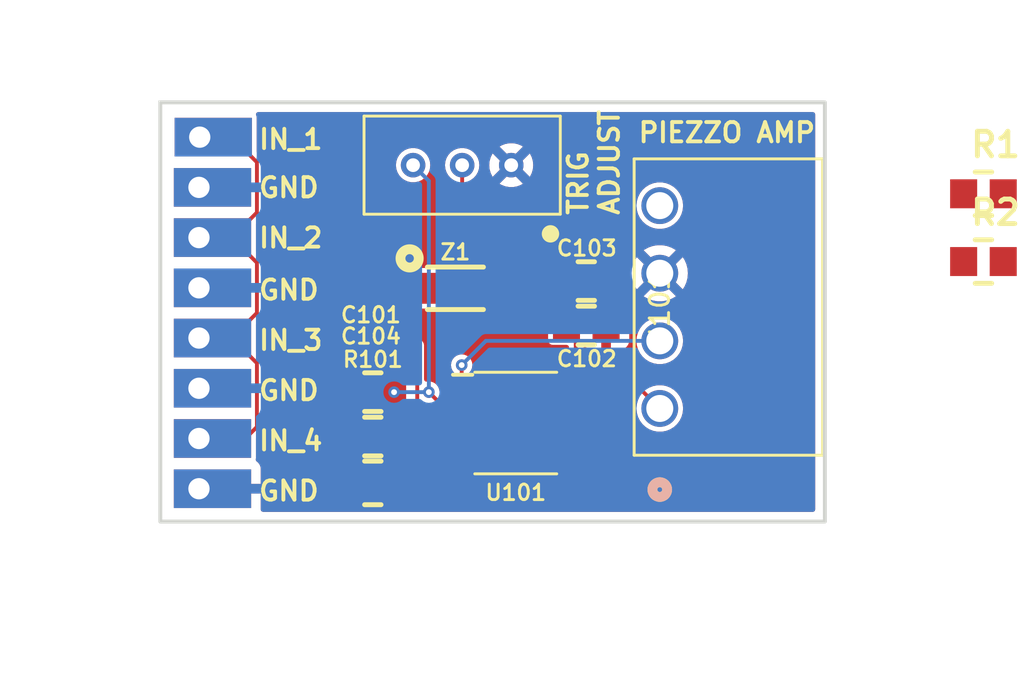
<source format=kicad_pcb>
(kicad_pcb (version 20240108) (generator "pcbnew") (generator_version "8.0")
  (layers (0 "F.Cu" signal) (31 "B.Cu" signal) (34 "B.Paste" user) (35 "F.Paste" user) (36 "B.SilkS" user "B.Silkscreen") (37 "F.SilkS" user "F.Silkscreen") (38 "B.Mask" user) (39 "F.Mask" user) (44 "Edge.Cuts" user))
  (net 0 "")
  (net 1 "DGND")
  (net 2 "Net-(C101-Pad2)")
  (net 3 "5V")
  (net 4 "Net-(TP101-TP)")
  (net 5 "/OUT")
  (net 7 "Net-(R1-Pad2)")
  (footprint "Resistors:67W" (layer "F.Cu") (at 150.425 73.75 180)
    (property "Reference" "VR101" (hide yes))
    (property "Value" "67WR10KLF" (hide yes))
    (fp_line (start 5.08 2.54) (end -5.08 2.54) (stroke (width 0.15)) (layer "F.SilkS"))
    (fp_line (start 5.08 -2.54) (end 5.08 2.54) (stroke (width 0.15)) (layer "F.SilkS"))
    (fp_line (start -5.08 2.54) (end -5.08 -2.54) (stroke (width 0.15)) (layer "F.SilkS"))
    (fp_line (start -5.08 -2.54) (end 5.08 -2.54) (stroke (width 0.15)) (layer "F.SilkS"))
    (fp_circle (center -4.572 -3.556) (end -4.272 -3.556) (stroke (width 0.3)) (fill solid) (layer "F.SilkS"))
    (pad "1" thru_hole circle (at -2.54 0 180) (size 1.27 1.27) (drill 0.7112) (layers "*.Cu" "*.Mask") (net 1 "DGND"))
    (pad "2" thru_hole circle (at 0 0 180) (size 1.27 1.27) (drill 0.7112) (layers "*.Cu" "*.Mask") (net 7 "Net-(R1-Pad2)"))
    (pad "3" thru_hole circle (at 2.54 0 180) (size 1.27 1.27) (drill 0.7112) (layers "*.Cu" "*.Mask") (net 3 "5V"))
  )
  (footprint "Capacitors:C0805" (layer "F.Cu") (at 144.775 87.8)
    (property "Reference" "C104" (at 0.925 -5.195 0) (layer "F.SilkS") (effects (font (size 0.8 0.8))))
    (property "Value" "885012207098" (hide yes))
    (fp_line (start 0.6 -1) (end 1.45 -1) (stroke (width 0.254)) (layer "F.SilkS"))
    (fp_line (start 0.6 1) (end 1.45 1) (stroke (width 0.254)) (layer "F.SilkS"))
    (pad "1" smd rect (at 0 0) (size 1.4 1.5) (layers "F.Cu" "F.Paste" "F.Mask") (net 1 "DGND"))
    (pad "2" smd rect (at 2.05 0) (size 1.4 1.5) (layers "F.Cu" "F.Paste" "F.Mask") (net 4 "Net-(TP101-TP)"))
  )
  (footprint "Assembly:IC8_TLV9302IDR_TEX" (layer "F.Cu") (at 153.2 87.1)
    (property "Reference" "U101" (at 0 3.6 0) (layer "F.SilkS") (effects (font (size 0.8 0.8))))
    (property "Value" "TLV9302IDR")
    (fp_line (start -2.25 -2.5) (end -3.25 -2.5) (stroke (width 0.2)) (layer "F.SilkS"))
    (fp_line (start -2.1209 2.6289) (end 2.1209 2.6289) (stroke (width 0.1524)) (layer "F.SilkS"))
    (fp_line (start 2.1209 -2.6289) (end -2.1209 -2.6289) (stroke (width 0.1524)) (layer "F.SilkS"))
    (pad "1" smd rect (at -2.72415 -1.905) (size 1.4605 0.5588) (layers "F.Cu" "F.Paste" "F.Mask") (net 5 "/OUT"))
    (pad "2" smd rect (at -2.72415 -0.635) (size 1.4605 0.5588) (layers "F.Cu" "F.Paste" "F.Mask") (net 2 "Net-(C101-Pad2)"))
    (pad "3" smd rect (at -2.72415 0.635) (size 1.4605 0.5588) (layers "F.Cu" "F.Paste" "F.Mask") (net 4 "Net-(TP101-TP)"))
    (pad "4" smd rect (at -2.72415 1.905) (size 1.4605 0.5588) (layers "F.Cu" "F.Paste" "F.Mask") (net 1 "DGND"))
    (pad "5" smd rect (at 2.72415 1.905) (size 1.4605 0.5588) (layers "F.Cu" "F.Paste" "F.Mask"))
    (pad "6" smd rect (at 2.72415 0.635) (size 1.4605 0.5588) (layers "F.Cu" "F.Paste" "F.Mask"))
    (pad "7" smd rect (at 2.72415 -0.635) (size 1.4605 0.5588) (layers "F.Cu" "F.Paste" "F.Mask"))
    (pad "8" smd rect (at 2.72415 -1.905) (size 1.4605 0.5588) (layers "F.Cu" "F.Paste" "F.Mask") (net 3 "5V"))
  )
  (footprint "Connectors:Keystone_5001" (layer "F.Cu") (at 136.8 85.3)
    (property "Reference" "TP107" (hide yes))
    (property "Value" "Test_Point_THM" (hide yes))
    (pad "1" thru_hole rect (at 0 0) (size 4 2) (drill 1.1 (offset 0.7 0)) (layers "*.Cu" "*.Mask") (net 1 "DGND"))
  )
  (footprint "Connectors:Keystone_5001" (layer "F.Cu") (at 136.8 90.5)
    (property "Reference" "TP108" (hide yes))
    (property "Value" "Test_Point_THM" (hide yes))
    (pad "1" thru_hole rect (at 0 0) (size 4 2) (drill 1.1 (offset 0.7 0)) (layers "*.Cu" "*.Mask") (net 1 "DGND"))
  )
  (footprint "Resistors:R0805" (layer "F.Cu") (at 144.775 90.2)
    (property "Reference" "R101" (at 1.025 -6.39 0) (layer "F.SilkS") (effects (font (size 0.8 0.8))))
    (property "Value" "RC0805JR-0710KL" (hide yes))
    (fp_line (start 0.6 -1.127) (end 1.45 -1.127) (stroke (width 0.254)) (layer "F.SilkS"))
    (fp_line (start 0.6 1.127) (end 1.45 1.127) (stroke (width 0.254)) (layer "F.SilkS"))
    (pad "1" smd rect (at 0 0) (size 1.4 1.5) (layers "F.Cu" "F.Paste" "F.Mask") (net 1 "DGND"))
    (pad "2" smd rect (at 2.05 0) (size 1.4 1.5) (layers "F.Cu" "F.Paste" "F.Mask") (net 4 "Net-(TP101-TP)"))
  )
  (footprint "Connectors:Keystone_5001" (layer "F.Cu") (at 136.8 87.9)
    (property "Reference" "TP104" (hide yes))
    (property "Value" "Test_Point_THM" (hide yes))
    (pad "1" thru_hole rect (at 0 0) (size 4 2) (drill 1.1 (offset 0.7 0)) (layers "*.Cu" "*.Mask") (net 4 "Net-(TP101-TP)"))
  )
  (footprint "Diodes:SOD-123FL" (layer "F.Cu") (at 150.075 80.125)
    (property "Reference" "Z1" (at 0 -1.875 0) (layer "F.SilkS") (effects (font (size 0.8 0.8))))
    (property "Value" "MMSZ5231B" (hide yes))
    (fp_line (start -1.45 1.1) (end 1.45 1.1) (stroke (width 0.254)) (layer "F.SilkS"))
    (fp_line (start 1.45 -1.1) (end -1.45 -1.1) (stroke (width 0.254)) (layer "F.SilkS"))
    (fp_circle (center -2.37 -1.55) (end -2.18 -1.66) (stroke (width 0.508)) (fill none) (layer "F.SilkS"))
    (pad "1" smd rect (at -1.85 0) (size 2 1.6) (layers "F.Cu" "F.Paste" "F.Mask") (net 4 "Net-(TP101-TP)"))
    (pad "2" smd rect (at 1.85 0) (size 2 1.6) (layers "F.Cu" "F.Paste" "F.Mask") (net 1 "DGND"))
  )
  (footprint "Connectors:Keystone_5001" (layer "F.Cu") (at 136.8 74.9)
    (property "Reference" "TP105" (hide yes))
    (property "Value" "Test_Point_THM" (hide yes))
    (pad "1" thru_hole rect (at 0 0) (size 4 2) (drill 1.1 (offset 0.7 0)) (layers "*.Cu" "*.Mask") (net 1 "DGND"))
  )
  (footprint "Capacitors:C0805" (layer "F.Cu") (at 144.775 85.5)
    (property "Reference" "C101" (at 0.925 -3.995 0) (layer "F.SilkS") (effects (font (size 0.8 0.8))))
    (property "Value" "885012207098" (hide yes))
    (fp_line (start 0.6 -1) (end 1.45 -1) (stroke (width 0.254)) (layer "F.SilkS"))
    (fp_line (start 0.6 1) (end 1.45 1) (stroke (width 0.254)) (layer "F.SilkS"))
    (pad "1" smd rect (at 0 0) (size 1.4 1.5) (layers "F.Cu" "F.Paste" "F.Mask") (net 1 "DGND"))
    (pad "2" smd rect (at 2.05 0) (size 1.4 1.5) (layers "F.Cu" "F.Paste" "F.Mask") (net 2 "Net-(C101-Pad2)"))
  )
  (footprint "Connectors:Keystone_5001" (layer "F.Cu") (at 136.84 72.3)
    (property "Reference" "TP101" (hide yes))
    (property "Value" "Test_Point_THM" (hide yes))
    (pad "1" thru_hole rect (at 0 0) (size 4 2) (drill 1.1 (offset 0.7 0)) (layers "*.Cu" "*.Mask") (net 4 "Net-(TP101-TP)"))
  )
  (footprint "Resistors:R0805" (layer "F.Cu") (at 176.385 78.74)
    (property "Reference" "R2" (at 1.651 -2.54 0) (layer "F.SilkS") (effects (font (size 1.27 1.27) (thickness 0.254))))
    (property "Value" "RMCF0805FT4R99" (hide yes))
    (fp_line (start 0.6 -1.127) (end 1.45 -1.127) (stroke (width 0.254)) (layer "F.SilkS"))
    (fp_line (start 0.6 1.127) (end 1.45 1.127) (stroke (width 0.254)) (layer "F.SilkS"))
    (pad "1" smd rect (at 0 0) (size 1.4 1.5) (layers "F.Cu" "F.Paste" "F.Mask") (net 1 "DGND"))
    (pad "2" smd rect (at 2.05 0) (size 1.4 1.5) (layers "F.Cu" "F.Paste" "F.Mask") (net 2 "Net-(C101-Pad2)"))
  )
  (footprint "Connectors:Keystone_5001" (layer "F.Cu") (at 136.8 82.7)
    (property "Reference" "TP103" (hide yes))
    (property "Value" "Test_Point_THM" (hide yes))
    (pad "1" thru_hole rect (at 0 0) (size 4 2) (drill 1.1 (offset 0.7 0)) (layers "*.Cu" "*.Mask") (net 4 "Net-(TP101-TP)"))
  )
  (footprint "Capacitors:C0805" (layer "F.Cu") (at 157.875 79.75 180)
    (property "Reference" "C103" (at 1 1.7 180) (layer "F.SilkS") (effects (font (size 0.8 0.8))))
    (property "Value" "885012107015" (hide yes))
    (fp_line (start 0.6 1) (end 1.45 1) (stroke (width 0.254)) (layer "F.SilkS"))
    (fp_line (start 0.6 -1) (end 1.45 -1) (stroke (width 0.254)) (layer "F.SilkS"))
    (pad "1" smd rect (at 0 0 180) (size 1.4 1.5) (layers "F.Cu" "F.Paste" "F.Mask") (net 1 "DGND"))
    (pad "2" smd rect (at 2.05 0 180) (size 1.4 1.5) (layers "F.Cu" "F.Paste" "F.Mask") (net 3 "5V"))
  )
  (footprint "Resistors:R0805" (layer "F.Cu") (at 176.385 75.232)
    (property "Reference" "R1" (at 1.651 -2.54 0) (layer "F.SilkS") (effects (font (size 1.27 1.27) (thickness 0.254))))
    (property "Value" "RC0805FR-07100KL" (hide yes))
    (fp_line (start 0.6 -1.127) (end 1.45 -1.127) (stroke (width 0.254)) (layer "F.SilkS"))
    (fp_line (start 0.6 1.127) (end 1.45 1.127) (stroke (width 0.254)) (layer "F.SilkS"))
    (pad "1" smd rect (at 0 0) (size 1.4 1.5) (layers "F.Cu" "F.Paste" "F.Mask") (net 2 "Net-(C101-Pad2)"))
    (pad "2" smd rect (at 2.05 0) (size 1.4 1.5) (layers "F.Cu" "F.Paste" "F.Mask") (net 7 "Net-(R1-Pad2)"))
  )
  (footprint "Connectors:CONN4_1155650000_TEC" (layer "F.Cu") (at 160.6551 86.3451 90)
    (property "Reference" "J101" (at 5.25 0 90) (layer "F.SilkS"))
    (property "Value" "2350514-4")
    (fp_circle (center -4.1988 0) (end -3.8178 0) (stroke (width 0.508)) (fill none) (layer "B.SilkS"))
    (fp_line (start 12.9208 -1.327) (end -2.4208 -1.327) (stroke (width 0.1524)) (layer "F.SilkS"))
    (fp_line (start -2.4208 -1.327) (end -2.4208 8.4266) (stroke (width 0.1524)) (layer "F.SilkS"))
    (fp_line (start 12.9208 8.4266) (end 12.9208 -1.327) (stroke (width 0.1524)) (layer "F.SilkS"))
    (fp_line (start -2.4208 8.4266) (end 12.9208 8.4266) (stroke (width 0.1524)) (layer "F.SilkS"))
    (fp_circle (center -4.1988 0) (end -3.8178 0) (stroke (width 0.508)) (fill none) (layer "F.SilkS"))
    (pad "1" thru_hole circle (at 0 0 90) (size 1.905 1.905) (drill 1.397) (layers "*.Cu" "*.Mask") (net 3 "5V"))
    (pad "2" thru_hole circle (at 3.500001 0 90) (size 1.905 1.905) (drill 1.397) (layers "*.Cu" "*.Mask") (net 5 "/OUT"))
    (pad "3" thru_hole circle (at 7.000001 0 90) (size 1.905 1.905) (drill 1.397) (layers "*.Cu" "*.Mask") (net 1 "DGND"))
    (pad "4" thru_hole circle (at 10.500002 0 90) (size 1.905 1.905) (drill 1.397) (layers "*.Cu" "*.Mask"))
  )
  (footprint "Capacitors:C0805" (layer "F.Cu") (at 157.875 82.05 180)
    (property "Reference" "C102" (at 1 -1.725 180) (layer "F.SilkS") (effects (font (size 0.8 0.8))))
    (property "Value" "885012207098" (hide yes))
    (fp_line (start 0.6 1) (end 1.45 1) (stroke (width 0.254)) (layer "F.SilkS"))
    (fp_line (start 0.6 -1) (end 1.45 -1) (stroke (width 0.254)) (layer "F.SilkS"))
    (pad "1" smd rect (at 0 0 180) (size 1.4 1.5) (layers "F.Cu" "F.Paste" "F.Mask") (net 1 "DGND"))
    (pad "2" smd rect (at 2.05 0 180) (size 1.4 1.5) (layers "F.Cu" "F.Paste" "F.Mask") (net 3 "5V"))
  )
  (footprint "Connectors:Keystone_5001" (layer "F.Cu") (at 136.8 80.1)
    (property "Reference" "TP106" (hide yes))
    (property "Value" "Test_Point_THM" (hide yes))
    (pad "1" thru_hole rect (at 0 0) (size 4 2) (drill 1.1 (offset 0.7 0)) (layers "*.Cu" "*.Mask") (net 1 "DGND"))
  )
  (footprint "Connectors:Keystone_5001" (layer "F.Cu") (at 136.8 77.5)
    (property "Reference" "TP102" (hide yes))
    (property "Value" "Test_Point_THM" (hide yes))
    (pad "1" thru_hole rect (at 0 0) (size 4 2) (drill 1.1 (offset 0.7 0)) (layers "*.Cu" "*.Mask") (net 4 "Net-(TP101-TP)"))
  )
  (gr_rect (start 134.8 70.5) (end 169.2 92.2) (stroke (width 0.2)) (fill none) (layer "Edge.Cuts"))
  (gr_text "IN_4" (at 139.8 88.6 0) (layer "F.SilkS") (effects (font (size 1 1) (thickness 0.2) (bold yes)) (justify left bottom)))
  (gr_text "TRIG\nADJUST" (at 158.625 76.425 90) (layer "F.SilkS") (effects (font (size 1 1) (thickness 0.2) (bold yes)) (justify left bottom)))
  (gr_text "IN_1" (at 139.8 73 0) (layer "F.SilkS") (effects (font (size 1 1) (thickness 0.2) (bold yes)) (justify left bottom)))
  (gr_text "GND" (at 139.8 75.5 0) (layer "F.SilkS") (effects (font (size 1 1) (thickness 0.2) (bold yes)) (justify left bottom)))
  (gr_text "GND" (at 139.8 86 0) (layer "F.SilkS") (effects (font (size 1 1) (thickness 0.2) (bold yes)) (justify left bottom)))
  (gr_text "PIEZZO AMP" (at 159.45 72.65 0) (layer "F.SilkS") (effects (font (size 1 1) (thickness 0.2) (bold yes)) (justify left bottom)))
  (gr_text "GND" (at 139.8 91.2 0) (layer "F.SilkS") (effects (font (size 1 1) (thickness 0.2) (bold yes)) (justify left bottom)))
  (gr_text "IN_3" (at 139.8 83.4 0) (layer "F.SilkS") (effects (font (size 1 1) (thickness 0.2) (bold yes)) (justify left bottom)))
  (gr_text "IN_2" (at 139.8 78.1 0) (layer "F.SilkS") (effects (font (size 1 1) (thickness 0.2) (bold yes)) (justify left bottom)))
  (gr_text "GND" (at 139.8 80.8 0) (layer "F.SilkS") (effects (font (size 1 1) (thickness 0.2) (bold yes)) (justify left bottom)))
  (segment (start 149.665 86.465) (end 150.47585 86.465) (width 0.2) (layer "F.Cu") (net 2))
  (segment (start 148.7 85.5) (end 149.665 86.465) (width 0.2) (layer "F.Cu") (net 2))
  (via (at 148.7 85.5) (size 0.6) (drill 0.3) (layers "F.Cu" "B.Cu") (net 2))
  (via (at 146.9 85.5) (size 0.6) (drill 0.3) (layers "F.Cu" "B.Cu") (net 2))
  (segment (start 148.7 85.5) (end 148.7 74.565) (width 0.2) (layer "B.Cu") (net 2))
  (segment (start 148.7 85.5) (end 146.9 85.5) (width 0.2) (layer "B.Cu") (net 2))
  (segment (start 148.7 74.565) (end 147.885 73.75) (width 0.2) (layer "B.Cu") (net 2))
  (segment (start 155.825 79.75) (end 155.825 82.05) (width 0.2) (layer "F.Cu") (net 3))
  (segment (start 156.305 83.7) (end 157.8 85.195) (width 0.2) (layer "F.Cu") (net 3))
  (segment (start 150.425 75.5) (end 154.675 79.75) (width 0.2) (layer "F.Cu") (net 3))
  (segment (start 159.505 85.195) (end 155.92415 85.195) (width 0.2) (layer "F.Cu") (net 3))
  (segment (start 156.305 82.53) (end 156.305 83.7) (width 0.2) (layer "F.Cu") (net 3))
  (segment (start 155.825 82.05) (end 156.305 82.53) (width 0.2) (layer "F.Cu") (net 3))
  (segment (start 160.6551 86.3451) (end 159.505 85.195) (width 0.2) (layer "F.Cu") (net 3))
  (segment (start 154.675 79.75) (end 155.825 79.75) (width 0.2) (layer "F.Cu") (net 3))
  (segment (start 150.425 73.75) (end 150.425 75.5) (width 0.2) (layer "F.Cu") (net 3))
  (segment (start 139.8 81.4) (end 138.5 82.7) (width 0.2) (layer "F.Cu") (net 4))
  (segment (start 139.8 76.2) (end 138.5 77.5) (width 0.2) (layer "F.Cu") (net 4))
  (segment (start 136.8 77.5) (end 138.5 77.5) (width 0.2) (layer "F.Cu") (net 4))
  (segment (start 149.535 87.735) (end 150.47585 87.735) (width 0.2) (layer "F.Cu") (net 4))
  (segment (start 145.1 80.1) (end 148.1 83.1) (width 0.2) (layer "F.Cu") (net 4))
  (segment (start 148.75 86.95) (end 147.9 87.8) (width 0.2) (layer "F.Cu") (net 4))
  (segment (start 138.5 72.3) (end 139.8 73.6) (width 0.2) (layer "F.Cu") (net 4))
  (segment (start 146.825 87.8) (end 146.825 90.2) (width 0.2) (layer "F.Cu") (net 4))
  (segment (start 148.225 80.125) (end 148.2 80.1) (width 0.2) (layer "F.Cu") (net 4))
  (segment (start 138.5 77.5) (end 139.8 78.8) (width 0.2) (layer "F.Cu") (net 4))
  (segment (start 139.8 73.6) (end 139.8 76.2) (width 0.2) (layer "F.Cu") (net 4))
  (segment (start 139.8 80.1) (end 145.1 80.1) (width 0.2) (layer "F.Cu") (net 4))
  (segment (start 139.2 87.9) (end 136.8 87.9) (width 0.2) (layer "F.Cu") (net 4))
  (segment (start 139.8 84) (end 139.8 87.3) (width 0.2) (layer "F.Cu") (net 4))
  (segment (start 148.1 86.3) (end 149.535 87.735) (width 0.2) (layer "F.Cu") (net 4))
  (segment (start 139.8 87.3) (end 139.2 87.9) (width 0.2) (layer "F.Cu") (net 4))
  (segment (start 139.8 80.1) (end 139.8 81.4) (width 0.2) (layer "F.Cu") (net 4))
  (segment (start 136.84 72.3) (end 138.5 72.3) (width 0.2) (layer "F.Cu") (net 4))
  (segment (start 148.2 80.1) (end 145.1 80.1) (width 0.2) (layer "F.Cu") (net 4))
  (segment (start 148.1 83.1) (end 148.1 86.3) (width 0.2) (layer "F.Cu") (net 4))
  (segment (start 136.8 82.7) (end 138.5 82.7) (width 0.2) (layer "F.Cu") (net 4))
  (segment (start 139.8 78.8) (end 139.8 80.1) (width 0.2) (layer "F.Cu") (net 4))
  (segment (start 147.9 87.8) (end 146.825 87.8) (width 0.2) (layer "F.Cu") (net 4))
  (segment (start 138.5 82.7) (end 139.8 84) (width 0.2) (layer "F.Cu") (net 4))
  (segment (start 148.55 86.75) (end 148.75 86.95) (width 0.2) (layer "F.Cu") (net 4))
  (segment (start 150.4 85.11915) (end 150.47585 85.195) (width 0.2) (layer "F.Cu") (net 5))
  (segment (start 150.4 84.1) (end 150.4 85.11915) (width 0.2) (layer "F.Cu") (net 5))
  (via (at 150.4 84.1) (size 0.6) (drill 0.3) (layers "F.Cu" "B.Cu") (net 5))
  (segment (start 151.6549 82.8451) (end 150.4 84.1) (width 0.2) (layer "B.Cu") (net 5))
  (segment (start 160.6551 82.8451) (end 151.6549 82.8451) (width 0.2) (layer "B.Cu") (net 5))
  (zone (net 1) (net_name "DGND") (layers "F&B.Cu") (connect_pads (clearance 0.25)) (min_thickness 0.25) (fill yes (thermal_gap 0.5) (thermal_bridge_width 0.5))
    (polygon (pts (xy 129.7 66.3) (xy 173.6 65.2) (xy 175 99.3) (xy 133.4 100.1) (xy 126.5 98.3)))
  )
)
</source>
